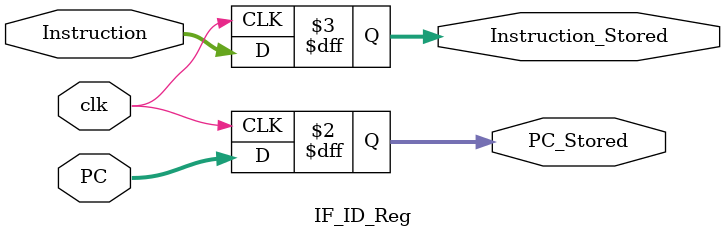
<source format=v>
`timescale 1ns / 1ps

module IF_ID_Reg(
    input clk, 
    input [63:0] PC,
    input [31:0] Instruction,
    
    output reg [63:0] PC_Stored,
    output reg [31:0] Instruction_Stored
    );
    
    always @ (negedge clk)
    begin
        PC_Stored = PC;
        Instruction_Stored = Instruction;
    end
endmodule

</source>
